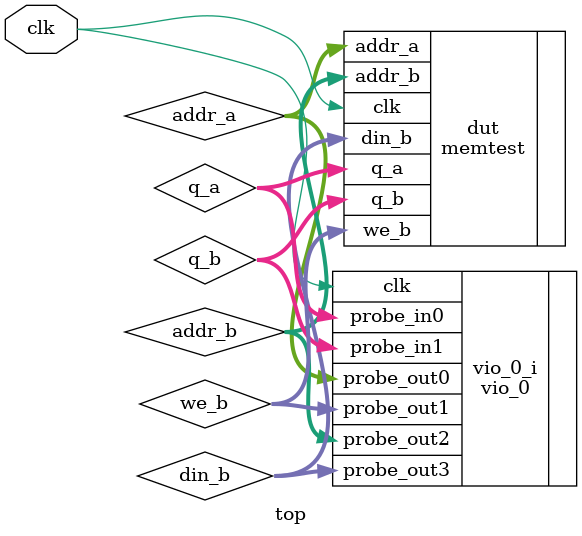
<source format=v>
`default_nettype none

module top(
	   input wire clk
	   );

    (* keep *) wire [9:0] addr_a;
    (* keep *) wire [31:0] q_a;
    (* keep *) wire [3:0] we_b;
    (* keep *) wire [9:0] addr_b;
    (* keep *) wire [31:0] q_b;
    (* keep *) wire [31:0] din_b;

    memtest dut(
		.clk(clk),
		.addr_a(addr_a),
		.q_a(q_a),
		.we_b(we_b),
		.addr_b(addr_b),
		.q_b(q_b),
		.din_b(din_b)
		);

    vio_0 vio_0_i (
		   .clk(clk),
		   .probe_in0(q_a),
		   .probe_in1(q_b),
		   .probe_out0(addr_a),
		   .probe_out1(we_b),
		   .probe_out2(addr_b),
		   .probe_out3(din_b)
		   );
endmodule // top

`default_nettype wire

</source>
